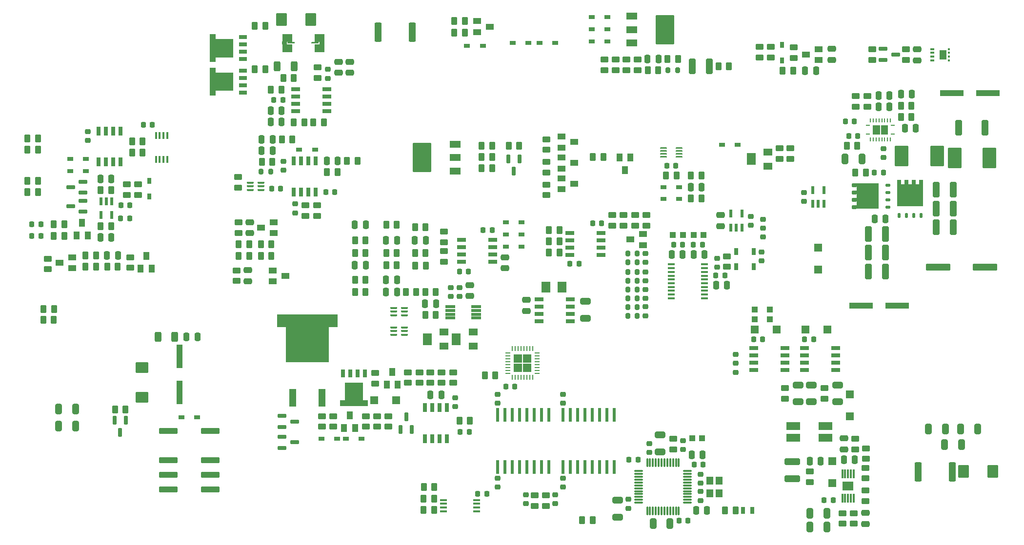
<source format=gbr>
%TF.GenerationSoftware,KiCad,Pcbnew,9.0.5-9.0.5~ubuntu24.04.1*%
%TF.CreationDate,2025-10-22T17:54:57+02:00*%
%TF.ProjectId,EEZ DIB DCP405plus,45455a20-4449-4422-9044-435034303570,r4B2*%
%TF.SameCoordinates,Original*%
%TF.FileFunction,Paste,Top*%
%TF.FilePolarity,Positive*%
%FSLAX46Y46*%
G04 Gerber Fmt 4.6, Leading zero omitted, Abs format (unit mm)*
G04 Created by KiCad (PCBNEW 9.0.5-9.0.5~ubuntu24.04.1) date 2025-10-22 17:54:57*
%MOMM*%
%LPD*%
G01*
G04 APERTURE LIST*
G04 Aperture macros list*
%AMRoundRect*
0 Rectangle with rounded corners*
0 $1 Rounding radius*
0 $2 $3 $4 $5 $6 $7 $8 $9 X,Y pos of 4 corners*
0 Add a 4 corners polygon primitive as box body*
4,1,4,$2,$3,$4,$5,$6,$7,$8,$9,$2,$3,0*
0 Add four circle primitives for the rounded corners*
1,1,$1+$1,$2,$3*
1,1,$1+$1,$4,$5*
1,1,$1+$1,$6,$7*
1,1,$1+$1,$8,$9*
0 Add four rect primitives between the rounded corners*
20,1,$1+$1,$2,$3,$4,$5,0*
20,1,$1+$1,$4,$5,$6,$7,0*
20,1,$1+$1,$6,$7,$8,$9,0*
20,1,$1+$1,$8,$9,$2,$3,0*%
G04 Aperture macros list end*
%ADD10C,0.000000*%
%ADD11C,0.010000*%
%ADD12RoundRect,0.050800X-0.249200X0.724200X-0.249200X-0.724200X0.249200X-0.724200X0.249200X0.724200X0*%
%ADD13RoundRect,0.250000X-0.262500X-0.450000X0.262500X-0.450000X0.262500X0.450000X-0.262500X0.450000X0*%
%ADD14RoundRect,0.050800X2.032000X0.546100X-2.032000X0.546100X-2.032000X-0.546100X2.032000X-0.546100X0*%
%ADD15RoundRect,0.050800X0.533400X0.076200X-0.533400X0.076200X-0.533400X-0.076200X0.533400X-0.076200X0*%
%ADD16RoundRect,0.250000X-0.250000X-0.475000X0.250000X-0.475000X0.250000X0.475000X-0.250000X0.475000X0*%
%ADD17RoundRect,0.250000X0.262500X0.450000X-0.262500X0.450000X-0.262500X-0.450000X0.262500X-0.450000X0*%
%ADD18R,1.092200X0.762000*%
%ADD19RoundRect,0.250000X0.325000X1.100000X-0.325000X1.100000X-0.325000X-1.100000X0.325000X-1.100000X0*%
%ADD20RoundRect,0.225000X-0.225000X-0.250000X0.225000X-0.250000X0.225000X0.250000X-0.225000X0.250000X0*%
%ADD21RoundRect,0.050800X1.981200X0.495300X-1.981200X0.495300X-1.981200X-0.495300X1.981200X-0.495300X0*%
%ADD22RoundRect,0.250000X-0.450000X0.262500X-0.450000X-0.262500X0.450000X-0.262500X0.450000X0.262500X0*%
%ADD23RoundRect,0.050800X0.724200X0.249200X-0.724200X0.249200X-0.724200X-0.249200X0.724200X-0.249200X0*%
%ADD24RoundRect,0.250000X-0.325000X-0.650000X0.325000X-0.650000X0.325000X0.650000X-0.325000X0.650000X0*%
%ADD25RoundRect,0.050800X-1.981200X-0.495300X1.981200X-0.495300X1.981200X0.495300X-1.981200X0.495300X0*%
%ADD26RoundRect,0.250000X-0.475000X0.250000X-0.475000X-0.250000X0.475000X-0.250000X0.475000X0.250000X0*%
%ADD27RoundRect,0.200000X-0.200000X-0.275000X0.200000X-0.275000X0.200000X0.275000X-0.200000X0.275000X0*%
%ADD28RoundRect,0.250000X0.325000X0.650000X-0.325000X0.650000X-0.325000X-0.650000X0.325000X-0.650000X0*%
%ADD29R,1.600000X1.300000*%
%ADD30R,1.600000X2.000000*%
%ADD31RoundRect,0.225000X0.225000X0.250000X-0.225000X0.250000X-0.225000X-0.250000X0.225000X-0.250000X0*%
%ADD32RoundRect,0.250000X-0.325000X-1.100000X0.325000X-1.100000X0.325000X1.100000X-0.325000X1.100000X0*%
%ADD33RoundRect,0.225000X-0.250000X0.225000X-0.250000X-0.225000X0.250000X-0.225000X0.250000X0.225000X0*%
%ADD34RoundRect,0.050800X0.901700X0.520700X-0.901700X0.520700X-0.901700X-0.520700X0.901700X-0.520700X0*%
%ADD35RoundRect,0.050800X1.536700X2.489200X-1.536700X2.489200X-1.536700X-2.489200X1.536700X-2.489200X0*%
%ADD36RoundRect,0.250000X0.450000X-0.262500X0.450000X0.262500X-0.450000X0.262500X-0.450000X-0.262500X0*%
%ADD37RoundRect,0.050800X-0.649200X-0.649200X0.649200X-0.649200X0.649200X0.649200X-0.649200X0.649200X0*%
%ADD38RoundRect,0.250000X0.250000X0.475000X-0.250000X0.475000X-0.250000X-0.475000X0.250000X-0.475000X0*%
%ADD39RoundRect,0.200000X0.200000X0.275000X-0.200000X0.275000X-0.200000X-0.275000X0.200000X-0.275000X0*%
%ADD40RoundRect,0.050800X0.499200X-0.449200X0.499200X0.449200X-0.499200X0.449200X-0.499200X-0.449200X0*%
%ADD41RoundRect,0.050800X0.203200X-0.368300X0.203200X0.368300X-0.203200X0.368300X-0.203200X-0.368300X0*%
%ADD42RoundRect,0.050800X-0.254000X0.355600X-0.254000X-0.355600X0.254000X-0.355600X0.254000X0.355600X0*%
%ADD43R,4.445000X3.810000*%
%ADD44RoundRect,0.060036X0.701964X0.270164X-0.701964X0.270164X-0.701964X-0.270164X0.701964X-0.270164X0*%
%ADD45RoundRect,0.250000X0.362500X1.075000X-0.362500X1.075000X-0.362500X-1.075000X0.362500X-1.075000X0*%
%ADD46RoundRect,0.050800X-0.812800X-0.190500X0.812800X-0.190500X0.812800X0.190500X-0.812800X0.190500X0*%
%ADD47RoundRect,0.060036X-0.701964X-0.270164X0.701964X-0.270164X0.701964X0.270164X-0.701964X0.270164X0*%
%ADD48RoundRect,0.050800X0.449200X0.649200X-0.449200X0.649200X-0.449200X-0.649200X0.449200X-0.649200X0*%
%ADD49RoundRect,0.225000X0.250000X-0.225000X0.250000X0.225000X-0.250000X0.225000X-0.250000X-0.225000X0*%
%ADD50RoundRect,0.060036X-0.270164X0.701964X-0.270164X-0.701964X0.270164X-0.701964X0.270164X0.701964X0*%
%ADD51RoundRect,0.050800X0.685800X-0.088900X0.685800X0.088900X-0.685800X0.088900X-0.685800X-0.088900X0*%
%ADD52RoundRect,0.050800X-0.088900X-0.685800X0.088900X-0.685800X0.088900X0.685800X-0.088900X0.685800X0*%
%ADD53RoundRect,0.050800X0.228600X-1.104900X0.228600X1.104900X-0.228600X1.104900X-0.228600X-1.104900X0*%
%ADD54RoundRect,0.250000X-0.312500X-0.625000X0.312500X-0.625000X0.312500X0.625000X-0.312500X0.625000X0*%
%ADD55RoundRect,0.050800X0.127000X-0.565150X0.127000X0.565150X-0.127000X0.565150X-0.127000X-0.565150X0*%
%ADD56RoundRect,0.050800X-0.649200X0.649200X-0.649200X-0.649200X0.649200X-0.649200X0.649200X0.649200X0*%
%ADD57RoundRect,0.050800X-0.649200X0.449200X-0.649200X-0.449200X0.649200X-0.449200X0.649200X0.449200X0*%
%ADD58R,0.762000X1.295400*%
%ADD59RoundRect,0.050800X-0.533400X-0.127000X0.533400X-0.127000X0.533400X0.127000X-0.533400X0.127000X0*%
%ADD60RoundRect,0.050800X0.299200X0.649200X-0.299200X0.649200X-0.299200X-0.649200X0.299200X-0.649200X0*%
%ADD61RoundRect,0.050800X-1.049200X0.849200X-1.049200X-0.849200X1.049200X-0.849200X1.049200X0.849200X0*%
%ADD62RoundRect,0.050800X0.228600X-0.609600X0.228600X0.609600X-0.228600X0.609600X-0.228600X-0.609600X0*%
%ADD63RoundRect,0.050800X-0.249200X0.069200X-0.249200X-0.069200X0.249200X-0.069200X0.249200X0.069200X0*%
%ADD64RoundRect,0.050800X-0.069200X-0.249200X0.069200X-0.249200X0.069200X0.249200X-0.069200X0.249200X0*%
%ADD65RoundRect,0.050800X0.069200X0.249200X-0.069200X0.249200X-0.069200X-0.249200X0.069200X-0.249200X0*%
%ADD66RoundRect,0.050800X0.249200X-0.069200X0.249200X0.069200X-0.249200X0.069200X-0.249200X-0.069200X0*%
%ADD67RoundRect,0.250000X-0.650000X0.325000X-0.650000X-0.325000X0.650000X-0.325000X0.650000X0.325000X0*%
%ADD68RoundRect,0.050800X-0.449200X-0.499200X0.449200X-0.499200X0.449200X0.499200X-0.449200X0.499200X0*%
%ADD69RoundRect,0.050800X0.649200X-0.649200X0.649200X0.649200X-0.649200X0.649200X-0.649200X-0.649200X0*%
%ADD70RoundRect,0.050800X-0.449200X-0.649200X0.449200X-0.649200X0.449200X0.649200X-0.449200X0.649200X0*%
%ADD71RoundRect,0.050800X-0.724200X-0.249200X0.724200X-0.249200X0.724200X0.249200X-0.724200X0.249200X0*%
%ADD72RoundRect,0.060036X0.270164X-0.701964X0.270164X0.701964X-0.270164X0.701964X-0.270164X-0.701964X0*%
%ADD73RoundRect,0.250000X0.650000X-0.325000X0.650000X0.325000X-0.650000X0.325000X-0.650000X-0.325000X0*%
%ADD74RoundRect,0.250000X-0.362500X-1.425000X0.362500X-1.425000X0.362500X1.425000X-0.362500X1.425000X0*%
%ADD75RoundRect,0.050800X-1.529200X-0.449200X1.529200X-0.449200X1.529200X0.449200X-1.529200X0.449200X0*%
%ADD76RoundRect,0.050800X0.649200X-0.299200X0.649200X0.299200X-0.649200X0.299200X-0.649200X-0.299200X0*%
%ADD77RoundRect,0.250000X0.362500X1.425000X-0.362500X1.425000X-0.362500X-1.425000X0.362500X-1.425000X0*%
%ADD78R,0.762000X1.092200*%
%ADD79RoundRect,0.050800X0.649200X-0.449200X0.649200X0.449200X-0.649200X0.449200X-0.649200X-0.449200X0*%
%ADD80R,1.200000X1.400000*%
%ADD81RoundRect,0.250000X0.475000X-0.250000X0.475000X0.250000X-0.475000X0.250000X-0.475000X-0.250000X0*%
%ADD82RoundRect,0.050800X-0.749200X-0.849200X0.749200X-0.849200X0.749200X0.849200X-0.749200X0.849200X0*%
%ADD83RoundRect,0.050800X-0.495300X1.981200X-0.495300X-1.981200X0.495300X-1.981200X0.495300X1.981200X0*%
%ADD84RoundRect,0.050800X0.368300X0.203200X-0.368300X0.203200X-0.368300X-0.203200X0.368300X-0.203200X0*%
%ADD85RoundRect,0.050800X-0.355600X-0.254000X0.355600X-0.254000X0.355600X0.254000X-0.355600X0.254000X0*%
%ADD86R,3.810000X4.445000*%
%ADD87R,0.700000X0.420000*%
%ADD88R,0.450000X0.420000*%
%ADD89R,0.838200X0.508000*%
%ADD90R,1.778000X1.346200*%
%ADD91RoundRect,0.050800X0.584200X0.076200X-0.584200X0.076200X-0.584200X-0.076200X0.584200X-0.076200X0*%
%ADD92RoundRect,0.050800X-0.584200X-0.076200X0.584200X-0.076200X0.584200X0.076200X-0.584200X0.076200X0*%
%ADD93R,1.168400X0.304800*%
%ADD94RoundRect,0.250000X-1.100000X0.325000X-1.100000X-0.325000X1.100000X-0.325000X1.100000X0.325000X0*%
%ADD95RoundRect,0.050800X0.849200X1.049200X-0.849200X1.049200X-0.849200X-1.049200X0.849200X-1.049200X0*%
%ADD96R,1.300000X3.100000*%
%ADD97R,10.600000X2.250000*%
%ADD98R,7.500000X6.200000*%
%ADD99RoundRect,0.050800X-1.099200X-0.649200X1.099200X-0.649200X1.099200X0.649200X-1.099200X0.649200X0*%
%ADD100RoundRect,0.050800X1.099200X-1.699200X1.099200X1.699200X-1.099200X1.699200X-1.099200X-1.699200X0*%
%ADD101RoundRect,0.050800X0.649200X0.649200X-0.649200X0.649200X-0.649200X-0.649200X0.649200X-0.649200X0*%
%ADD102RoundRect,0.050800X-0.228600X0.609600X-0.228600X-0.609600X0.228600X-0.609600X0.228600X0.609600X0*%
%ADD103RoundRect,0.050800X-0.901700X-0.520700X0.901700X-0.520700X0.901700X0.520700X-0.901700X0.520700X0*%
%ADD104RoundRect,0.050800X-1.536700X-2.489200X1.536700X-2.489200X1.536700X2.489200X-1.536700X2.489200X0*%
%ADD105RoundRect,0.050800X0.088900X-0.723900X0.088900X0.723900X-0.088900X0.723900X-0.088900X-0.723900X0*%
%ADD106RoundRect,0.050800X0.889000X-0.736600X0.889000X0.736600X-0.889000X0.736600X-0.889000X-0.736600X0*%
%ADD107RoundRect,0.250000X0.312500X0.625000X-0.312500X0.625000X-0.312500X-0.625000X0.312500X-0.625000X0*%
%ADD108R,0.914400X0.254000*%
%ADD109R,0.254000X0.914400*%
%ADD110RoundRect,0.050800X0.249200X-0.724200X0.249200X0.724200X-0.249200X0.724200X-0.249200X-0.724200X0*%
%ADD111R,0.736600X1.193800*%
%ADD112RoundRect,0.050800X-0.849200X-1.049200X0.849200X-1.049200X0.849200X1.049200X-0.849200X1.049200X0*%
G04 APERTURE END LIST*
D10*
%TO.C,Q5*%
G36*
X219712588Y-80976482D02*
G01*
X220347588Y-80976482D01*
X220347588Y-80163682D01*
X220982588Y-80163682D01*
X220982588Y-80976482D01*
X221617588Y-80976482D01*
X221617588Y-80163682D01*
X222252588Y-80163682D01*
X222252588Y-80976482D01*
X222887588Y-80976482D01*
X222887588Y-80163682D01*
X223522588Y-80163682D01*
X223522588Y-84761091D01*
X219077588Y-84761091D01*
X219077588Y-80163682D01*
X219712588Y-80163682D01*
X219712588Y-80976482D01*
G37*
%TO.C,Q31*%
G36*
X126390600Y-118491600D02*
G01*
X123240600Y-118491600D01*
X123240600Y-115391600D01*
X126390600Y-115391600D01*
X126390600Y-118491600D01*
G37*
G36*
X127215600Y-119516600D02*
G01*
X122390600Y-119516600D01*
X122390600Y-118466600D01*
X127215600Y-118466600D01*
X127215600Y-119516600D01*
G37*
%TO.C,IC15*%
G36*
X216069288Y-72280982D02*
G01*
X214855888Y-72280982D01*
X214855888Y-70706582D01*
X216069288Y-70706582D01*
X216069288Y-72280982D01*
G37*
G36*
X217457291Y-72280982D02*
G01*
X216243891Y-72280982D01*
X216243891Y-70706582D01*
X217457291Y-70706582D01*
X217457291Y-72280982D01*
G37*
%TO.C,Q18*%
G36*
X100799100Y-65510500D02*
G01*
X99749100Y-65510500D01*
X99749100Y-60685500D01*
X100799100Y-60685500D01*
X100799100Y-65510500D01*
G37*
G36*
X103874100Y-64685500D02*
G01*
X100774100Y-64685500D01*
X100774100Y-61535500D01*
X103874100Y-61535500D01*
X103874100Y-64685500D01*
G37*
%TO.C,Q4*%
G36*
X215834897Y-85209782D02*
G01*
X211237488Y-85209782D01*
X211237488Y-84574782D01*
X212050288Y-84574782D01*
X212050288Y-83939782D01*
X211237488Y-83939782D01*
X211237488Y-83304782D01*
X212050288Y-83304782D01*
X212050288Y-82669782D01*
X211237488Y-82669782D01*
X211237488Y-82034782D01*
X212050288Y-82034782D01*
X212050288Y-81399782D01*
X211237488Y-81399782D01*
X211237488Y-80764782D01*
X215834897Y-80764782D01*
X215834897Y-85209782D01*
G37*
D11*
%TO.C,Q8*%
X227517800Y-59209200D02*
X226442200Y-59209200D01*
X226442200Y-57709200D01*
X227517800Y-57709200D01*
X227517800Y-59209200D01*
G36*
X227517800Y-59209200D02*
G01*
X226442200Y-59209200D01*
X226442200Y-57709200D01*
X227517800Y-57709200D01*
X227517800Y-59209200D01*
G37*
D10*
%TO.C,Q19*%
G36*
X100799100Y-59732000D02*
G01*
X99749100Y-59732000D01*
X99749100Y-54907000D01*
X100799100Y-54907000D01*
X100799100Y-59732000D01*
G37*
G36*
X103874100Y-58907000D02*
G01*
X100774100Y-58907000D01*
X100774100Y-55757000D01*
X103874100Y-55757000D01*
X103874100Y-58907000D01*
G37*
%TO.C,IC10*%
G36*
X153944650Y-111914000D02*
G01*
X152519050Y-111914000D01*
X152519050Y-110488400D01*
X153944650Y-110488400D01*
X153944650Y-111914000D01*
G37*
G36*
X153944650Y-113539600D02*
G01*
X152519050Y-113539600D01*
X152519050Y-112114000D01*
X153944650Y-112114000D01*
X153944650Y-113539600D01*
G37*
G36*
X155570250Y-111914000D02*
G01*
X154144650Y-111914000D01*
X154144650Y-110488400D01*
X155570250Y-110488400D01*
X155570250Y-111914000D01*
G37*
G36*
X155570250Y-113539600D02*
G01*
X154144650Y-113539600D01*
X154144650Y-112114000D01*
X155570250Y-112114000D01*
X155570250Y-113539600D01*
G37*
%TD*%
D12*
%TO.C,IC26*%
X140906400Y-119717300D03*
X139636400Y-119717300D03*
X138366400Y-119717300D03*
X137096400Y-119717300D03*
X137096400Y-125117300D03*
X138366400Y-125117300D03*
X139636400Y-125117300D03*
X140906400Y-125117300D03*
%TD*%
D13*
%TO.C,R73*%
X142195600Y-52633000D03*
X144020600Y-52633000D03*
%TD*%
D14*
%TO.C,C74*%
X234317588Y-95306282D03*
X226189588Y-95306282D03*
%TD*%
D15*
%TO.C,IC7*%
X181246200Y-76204900D03*
X181246200Y-75704900D03*
X181246200Y-75204900D03*
X181246200Y-74704900D03*
X178503000Y-74704900D03*
X178503000Y-75204900D03*
X178503000Y-75704900D03*
X178503000Y-76204900D03*
%TD*%
D16*
%TO.C,C13*%
X179923000Y-93169400D03*
X181823000Y-93169400D03*
%TD*%
D17*
%TO.C,R75*%
X125397500Y-76849900D03*
X123572500Y-76849900D03*
%TD*%
D18*
%TO.C,D3*%
X178498100Y-83453900D03*
X181215900Y-83453900D03*
%TD*%
D13*
%TO.C,R74*%
X142195600Y-54595150D03*
X144020600Y-54595150D03*
%TD*%
D19*
%TO.C,C84*%
X186435500Y-60466900D03*
X183485500Y-60466900D03*
%TD*%
D20*
%TO.C,JP3*%
X172541600Y-128803400D03*
X174091600Y-128803400D03*
%TD*%
D21*
%TO.C,C76*%
X234838288Y-65080282D03*
X228589888Y-65080282D03*
%TD*%
D22*
%TO.C,R61*%
X172110000Y-59302900D03*
X172110000Y-61127900D03*
%TD*%
%TO.C,R32*%
X213529600Y-130206500D03*
X213529600Y-132031500D03*
%TD*%
D13*
%TO.C,R20*%
X70893300Y-104521000D03*
X72718300Y-104521000D03*
%TD*%
%TO.C,R54*%
X175769500Y-61165400D03*
X177594500Y-61165400D03*
%TD*%
D23*
%TO.C,IC16*%
X120096950Y-68249000D03*
X120096950Y-66979000D03*
X120096950Y-65709000D03*
X120096950Y-64439000D03*
X114696950Y-64439000D03*
X114696950Y-65709000D03*
X114696950Y-66979000D03*
X114696950Y-68249000D03*
%TD*%
D16*
%TO.C,C95*%
X135369950Y-90733000D03*
X137269950Y-90733000D03*
%TD*%
D24*
%TO.C,C21*%
X176706000Y-139903200D03*
X179656000Y-139903200D03*
%TD*%
D25*
%TO.C,C69*%
X212824688Y-102045782D03*
X219073088Y-102045782D03*
%TD*%
D17*
%TO.C,R127*%
X69937000Y-73025000D03*
X68112000Y-73025000D03*
%TD*%
D13*
%TO.C,R96*%
X124993600Y-99686500D03*
X126818600Y-99686500D03*
%TD*%
D26*
%TO.C,C92*%
X150964500Y-93616400D03*
X150964500Y-95516400D03*
%TD*%
D27*
%TO.C,R70*%
X108699800Y-78765400D03*
X110349800Y-78765400D03*
%TD*%
D22*
%TO.C,R29*%
X203923500Y-130864900D03*
X203923500Y-132689900D03*
%TD*%
D28*
%TO.C,C40*%
X206876600Y-140453500D03*
X203926600Y-140453500D03*
%TD*%
D29*
%TO.C,RV1*%
X196649000Y-77831000D03*
D30*
X193749000Y-76581000D03*
D29*
X196649000Y-75331000D03*
%TD*%
D31*
%TO.C,JP11*%
X144791900Y-123966700D03*
X143241900Y-123966700D03*
%TD*%
%TO.C,C82*%
X112456950Y-66349000D03*
X110906950Y-66349000D03*
%TD*%
D32*
%TO.C,C64*%
X214110088Y-96068282D03*
X217060088Y-96068282D03*
%TD*%
D16*
%TO.C,C62*%
X215841588Y-65524782D03*
X217741588Y-65524782D03*
%TD*%
D33*
%TO.C,C15*%
X149733000Y-117462000D03*
X149733000Y-119012000D03*
%TD*%
D18*
%TO.C,D15*%
X159689400Y-56402900D03*
X156971600Y-56402900D03*
%TD*%
D17*
%TO.C,R98*%
X126818450Y-90733000D03*
X124993450Y-90733000D03*
%TD*%
D18*
%TO.C,D23*%
X97561400Y-121467000D03*
X94843600Y-121467000D03*
%TD*%
D33*
%TO.C,C14*%
X161086800Y-117462000D03*
X161086800Y-119012000D03*
%TD*%
D34*
%TO.C,Q15*%
X142378000Y-78629900D03*
X142378000Y-76318500D03*
D35*
X136612200Y-76318500D03*
D34*
X142378000Y-74007100D03*
%TD*%
D36*
%TO.C,R48*%
X197121200Y-58943000D03*
X197121200Y-57118000D03*
%TD*%
D13*
%TO.C,R63*%
X112269500Y-73130800D03*
X114094500Y-73130800D03*
%TD*%
D37*
%TO.C,ZD7*%
X132125800Y-118474000D03*
X128325800Y-118474000D03*
%TD*%
D17*
%TO.C,R37*%
X221560388Y-69254382D03*
X219735388Y-69254382D03*
%TD*%
D13*
%TO.C,R82*%
X110388450Y-64507500D03*
X112213450Y-64507500D03*
%TD*%
D38*
%TO.C,C101*%
X132253450Y-97527500D03*
X130353450Y-97527500D03*
%TD*%
D39*
%TO.C,R55*%
X180936000Y-61165400D03*
X179286000Y-61165400D03*
%TD*%
D40*
%TO.C,FB5*%
X194310000Y-104380400D03*
X194310000Y-102680400D03*
%TD*%
D20*
%TO.C,C38*%
X151167800Y-116128800D03*
X152717800Y-116128800D03*
%TD*%
D16*
%TO.C,C79*%
X110350950Y-70159000D03*
X112250950Y-70159000D03*
%TD*%
D41*
%TO.C,Q5*%
X219395088Y-86407782D03*
X220665088Y-86407782D03*
X221935088Y-86407782D03*
X223205088Y-86407782D03*
D42*
X223205088Y-80582782D03*
X221935088Y-80582782D03*
X220665088Y-80582782D03*
D43*
X221300088Y-82860282D03*
D42*
X219395088Y-80582782D03*
%TD*%
D44*
%TO.C,Q26*%
X77766400Y-85725700D03*
X77766400Y-83795300D03*
X75607400Y-84760500D03*
%TD*%
D22*
%TO.C,R132*%
X140022400Y-113630800D03*
X140022400Y-115455800D03*
%TD*%
D38*
%TO.C,C93*%
X139024000Y-101667700D03*
X137124000Y-101667700D03*
%TD*%
D16*
%TO.C,C120*%
X183245000Y-81421900D03*
X185145000Y-81421900D03*
%TD*%
D20*
%TO.C,C24*%
X181190600Y-139344400D03*
X182740600Y-139344400D03*
%TD*%
D22*
%TO.C,R112*%
X104423900Y-95916500D03*
X104423900Y-97741500D03*
%TD*%
D28*
%TO.C,C114*%
X76517500Y-119951500D03*
X73567500Y-119951500D03*
%TD*%
D13*
%TO.C,R72*%
X137161500Y-103646900D03*
X138986500Y-103646900D03*
%TD*%
D19*
%TO.C,C73*%
X228807588Y-85146282D03*
X225857588Y-85146282D03*
%TD*%
D45*
%TO.C,R46*%
X234344088Y-71112782D03*
X229719088Y-71112782D03*
%TD*%
D46*
%TO.C,IC6*%
X141490300Y-102237200D03*
X141490300Y-102872200D03*
X141490300Y-103532600D03*
X141490300Y-104167600D03*
X145960700Y-104167600D03*
X145960700Y-103532600D03*
X145960700Y-102872200D03*
X145960700Y-102237200D03*
%TD*%
D47*
%TO.C,Q1*%
X112310600Y-121200300D03*
X112310600Y-123130700D03*
X114469600Y-122165500D03*
%TD*%
D48*
%TO.C,Q13*%
X172760100Y-76317050D03*
X171810100Y-78517050D03*
X170860100Y-76317050D03*
%TD*%
D20*
%TO.C,C97*%
X110519600Y-81728700D03*
X112069600Y-81728700D03*
%TD*%
D33*
%TO.C,C11*%
X175412500Y-96204400D03*
X175412500Y-97754400D03*
%TD*%
D49*
%TO.C,C3*%
X175412500Y-100802400D03*
X175412500Y-99252400D03*
%TD*%
D50*
%TO.C,Q3*%
X153502921Y-76521700D03*
X151572521Y-76521700D03*
X152537721Y-78680700D03*
%TD*%
D22*
%TO.C,R141*%
X121175200Y-121240300D03*
X121175200Y-123065300D03*
%TD*%
D17*
%TO.C,R88*%
X137272000Y-95074400D03*
X135447000Y-95074400D03*
%TD*%
D26*
%TO.C,C81*%
X124058100Y-59677650D03*
X124058100Y-61577650D03*
%TD*%
D38*
%TO.C,C118*%
X139956400Y-117527800D03*
X138056400Y-117527800D03*
%TD*%
D13*
%TO.C,R23*%
X147499700Y-114147600D03*
X149324700Y-114147600D03*
%TD*%
D33*
%TO.C,JP5*%
X191084200Y-110514800D03*
X191084200Y-112064800D03*
X191084200Y-113614800D03*
%TD*%
D39*
%TO.C,R4*%
X173951500Y-92978900D03*
X172301500Y-92978900D03*
%TD*%
D51*
%TO.C,IC4*%
X182651400Y-136245600D03*
X182651400Y-135763000D03*
X182651400Y-135255000D03*
X182651400Y-134747000D03*
X182651400Y-134264400D03*
X182651400Y-133756400D03*
X182651400Y-133248400D03*
X182651400Y-132740400D03*
X182651400Y-132257800D03*
X182651400Y-131749800D03*
X182651400Y-131241800D03*
X182651400Y-130759200D03*
D52*
X181178200Y-129286000D03*
X180695600Y-129286000D03*
X180187600Y-129286000D03*
X179679600Y-129286000D03*
X179197000Y-129286000D03*
X178689000Y-129286000D03*
X178181000Y-129286000D03*
X177673000Y-129286000D03*
X177190400Y-129286000D03*
X176682400Y-129286000D03*
X176174400Y-129286000D03*
X175691800Y-129286000D03*
D51*
X174218600Y-130759200D03*
X174218600Y-131241800D03*
X174218600Y-131749800D03*
X174218600Y-132257800D03*
X174218600Y-132740400D03*
X174218600Y-133248400D03*
X174218600Y-133756400D03*
X174218600Y-134264400D03*
X174218600Y-134747000D03*
X174218600Y-135255000D03*
X174218600Y-135763000D03*
X174218600Y-136245600D03*
D52*
X175691800Y-137718800D03*
X176174400Y-137718800D03*
X176682400Y-137718800D03*
X177190400Y-137718800D03*
X177673000Y-137718800D03*
X178181000Y-137718800D03*
X178689000Y-137718800D03*
X179197000Y-137718800D03*
X179679600Y-137718800D03*
X180187600Y-137718800D03*
X180695600Y-137718800D03*
X181178200Y-137718800D03*
%TD*%
D36*
%TO.C,R57*%
X168300000Y-61127900D03*
X168300000Y-59302900D03*
%TD*%
D22*
%TO.C,R10*%
X158104200Y-134988300D03*
X158104200Y-136813300D03*
%TD*%
D53*
%TO.C,IC1*%
X161086800Y-130022600D03*
X162356800Y-130022600D03*
X163626800Y-130022600D03*
X164896800Y-130022600D03*
X166166800Y-130022600D03*
X167436800Y-130022600D03*
X168706800Y-130022600D03*
X169976800Y-130022600D03*
X169976800Y-120980200D03*
X168706800Y-120980200D03*
X167436800Y-120980200D03*
X166166800Y-120980200D03*
X164896800Y-120980200D03*
X163626800Y-120980200D03*
X162356800Y-120980200D03*
X161086800Y-120980200D03*
%TD*%
D17*
%TO.C,R66*%
X138986500Y-99699200D03*
X137161500Y-99699200D03*
%TD*%
D49*
%TO.C,C8*%
X161086800Y-133540800D03*
X161086800Y-131990800D03*
%TD*%
D54*
%TO.C,R119*%
X90790300Y-107467400D03*
X93715300Y-107467400D03*
%TD*%
D36*
%TO.C,R125*%
X173570500Y-88112900D03*
X173570500Y-86287900D03*
%TD*%
D55*
%TO.C,IC20*%
X90423000Y-76655750D03*
X91073000Y-76655750D03*
X91723000Y-76655750D03*
X92373000Y-76655750D03*
X92373000Y-72528250D03*
X91723000Y-72528250D03*
X91073000Y-72528250D03*
X90423000Y-72528250D03*
%TD*%
D56*
%TO.C,D9*%
X205333600Y-95732600D03*
X205333600Y-91932600D03*
%TD*%
D36*
%TO.C,R134*%
X141990900Y-115455800D03*
X141990900Y-113630800D03*
%TD*%
D32*
%TO.C,C65*%
X214110088Y-92829782D03*
X217060088Y-92829782D03*
%TD*%
D57*
%TO.C,Q9*%
X160804100Y-72676100D03*
X163004100Y-73626100D03*
X160804100Y-74576100D03*
%TD*%
D33*
%TO.C,C31*%
X143154000Y-98871400D03*
X143154000Y-100421400D03*
%TD*%
D20*
%TO.C,C86*%
X147228950Y-88891500D03*
X148778950Y-88891500D03*
%TD*%
D58*
%TO.C,D1*%
X192303400Y-137579100D03*
X193954400Y-137579100D03*
%TD*%
D17*
%TO.C,R118*%
X88119500Y-73512500D03*
X86294500Y-73512500D03*
%TD*%
%TO.C,R76*%
X116163150Y-70171700D03*
X114338150Y-70171700D03*
%TD*%
D36*
%TO.C,R25*%
X211561100Y-139905500D03*
X211561100Y-138080500D03*
%TD*%
D38*
%TO.C,C108*%
X82696000Y-79989500D03*
X80796000Y-79989500D03*
%TD*%
D39*
%TO.C,R3*%
X173951000Y-100789400D03*
X172301000Y-100789400D03*
%TD*%
D59*
%TO.C,IC23*%
X131690800Y-102429700D03*
X131690800Y-103090100D03*
X131690800Y-103750500D03*
X133570400Y-103750500D03*
X133570400Y-103090100D03*
X133570400Y-102429700D03*
%TD*%
D17*
%TO.C,R67*%
X121960700Y-78833100D03*
X120135700Y-78833100D03*
%TD*%
D31*
%TO.C,C7*%
X185267500Y-91454900D03*
X183717500Y-91454900D03*
%TD*%
D18*
%TO.C,D14*%
X151147200Y-89653500D03*
X153865000Y-89653500D03*
%TD*%
D16*
%TO.C,C90*%
X108776150Y-73130800D03*
X110676150Y-73130800D03*
%TD*%
D60*
%TO.C,Q31*%
X126720600Y-113766600D03*
X125450600Y-113766600D03*
X124180600Y-113766600D03*
X122910600Y-113766600D03*
%TD*%
D28*
%TO.C,C54*%
X230252800Y-126161800D03*
X227302800Y-126161800D03*
%TD*%
D36*
%TO.C,R115*%
X85416300Y-82819700D03*
X85416300Y-80994700D03*
%TD*%
D61*
%TO.C,ZD6*%
X88011000Y-117929500D03*
X88011000Y-112829500D03*
%TD*%
D13*
%TO.C,R136*%
X143110400Y-122010900D03*
X144935400Y-122010900D03*
%TD*%
D17*
%TO.C,R97*%
X109400400Y-60932300D03*
X107575400Y-60932300D03*
%TD*%
D62*
%TO.C,IC9*%
X204434000Y-84328000D03*
X205384000Y-84328000D03*
X206334000Y-84328000D03*
X206334000Y-81940400D03*
X204434000Y-81940400D03*
%TD*%
D28*
%TO.C,C56*%
X227453200Y-123451000D03*
X224503200Y-123451000D03*
%TD*%
D63*
%TO.C,IC15*%
X218306588Y-70743782D03*
D64*
X217906588Y-69843782D03*
X217406588Y-69843782D03*
X216906588Y-69843782D03*
X216406588Y-69843782D03*
X215906585Y-69843782D03*
X215406588Y-69843782D03*
X214906588Y-69843782D03*
D65*
X214406588Y-69843782D03*
D63*
X214006588Y-70743782D03*
D66*
X214006588Y-72243782D03*
D65*
X214406588Y-73143782D03*
X214906588Y-73143782D03*
X215406588Y-73143782D03*
X215906588Y-73143782D03*
X216406591Y-73143782D03*
X216906588Y-73143782D03*
X217406588Y-73143782D03*
X217906591Y-73143782D03*
D66*
X218306588Y-72243782D03*
%TD*%
D31*
%TO.C,C33*%
X180649600Y-77753600D03*
X179099600Y-77753600D03*
%TD*%
D13*
%TO.C,R62*%
X108807300Y-77074150D03*
X110632300Y-77074150D03*
%TD*%
D67*
%TO.C,C29*%
X170536350Y-135813050D03*
X170536350Y-138763050D03*
%TD*%
D39*
%TO.C,R2*%
X173951500Y-99265400D03*
X172301500Y-99265400D03*
%TD*%
D68*
%TO.C,FB2*%
X180160000Y-89750000D03*
X181860000Y-89750000D03*
%TD*%
D17*
%TO.C,R109*%
X110475000Y-91391400D03*
X108650000Y-91391400D03*
%TD*%
D22*
%TO.C,R59*%
X174015000Y-59302900D03*
X174015000Y-61127900D03*
%TD*%
D18*
%TO.C,D8*%
X188633100Y-74117200D03*
X191350900Y-74117200D03*
%TD*%
D16*
%TO.C,C59*%
X219717888Y-65317382D03*
X221617888Y-65317382D03*
%TD*%
D26*
%TO.C,C41*%
X213529600Y-138043000D03*
X213529600Y-139943000D03*
%TD*%
D36*
%TO.C,R13*%
X180238400Y-126972700D03*
X180238400Y-125147700D03*
%TD*%
D38*
%TO.C,C55*%
X222302654Y-71199682D03*
X220402654Y-71199682D03*
%TD*%
D22*
%TO.C,R143*%
X134172200Y-113630800D03*
X134172200Y-115455800D03*
%TD*%
D38*
%TO.C,C112*%
X97647800Y-107467400D03*
X95747800Y-107467400D03*
%TD*%
D69*
%TO.C,D5*%
X210883500Y-117480000D03*
X210883500Y-121280000D03*
%TD*%
D17*
%TO.C,R122*%
X69937000Y-82296000D03*
X68112000Y-82296000D03*
%TD*%
D19*
%TO.C,C71*%
X228807588Y-81907782D03*
X225857588Y-81907782D03*
%TD*%
D36*
%TO.C,R100*%
X71695400Y-95720900D03*
X71695400Y-93895900D03*
%TD*%
D38*
%TO.C,C26*%
X186090600Y-137617200D03*
X184190600Y-137617200D03*
%TD*%
%TO.C,C105*%
X83830200Y-93281500D03*
X81930200Y-93281500D03*
%TD*%
D49*
%TO.C,C88*%
X112577300Y-78484150D03*
X112577300Y-76934150D03*
%TD*%
D26*
%TO.C,C72*%
X222564600Y-57519000D03*
X222564600Y-59419000D03*
%TD*%
D22*
%TO.C,R124*%
X169633500Y-86287900D03*
X169633500Y-88112900D03*
%TD*%
D18*
%TO.C,D16*%
X118021100Y-74930000D03*
X115303300Y-74930000D03*
%TD*%
D17*
%TO.C,R81*%
X119555500Y-70171700D03*
X117730500Y-70171700D03*
%TD*%
D13*
%TO.C,R22*%
X146939050Y-78198100D03*
X148764050Y-78198100D03*
%TD*%
D49*
%TO.C,C83*%
X120248100Y-62545650D03*
X120248100Y-60995650D03*
%TD*%
D62*
%TO.C,IC14*%
X190208600Y-88448400D03*
X191158600Y-88448400D03*
X192108600Y-88448400D03*
X192108600Y-86060800D03*
X190208600Y-86060800D03*
%TD*%
D57*
%TO.C,Q11*%
X160810300Y-79927800D03*
X163010300Y-80877800D03*
X160810300Y-81827800D03*
%TD*%
D39*
%TO.C,R7*%
X173950500Y-102249900D03*
X172300500Y-102249900D03*
%TD*%
D16*
%TO.C,C102*%
X124955950Y-95051000D03*
X126855950Y-95051000D03*
%TD*%
D13*
%TO.C,R131*%
X158624500Y-90847300D03*
X160449500Y-90847300D03*
%TD*%
D18*
%TO.C,D11*%
X168768600Y-56148900D03*
X166050800Y-56148900D03*
%TD*%
D70*
%TO.C,Q28*%
X130499500Y-115772500D03*
X131449500Y-113572500D03*
X132399500Y-115772500D03*
%TD*%
D22*
%TO.C,R142*%
X126826700Y-121240300D03*
X126826700Y-123065300D03*
%TD*%
D13*
%TO.C,R50*%
X188048500Y-60483950D03*
X189873500Y-60483950D03*
%TD*%
D47*
%TO.C,Q2*%
X112310600Y-124819800D03*
X112310600Y-126750200D03*
X114469600Y-125785000D03*
%TD*%
D33*
%TO.C,JP2*%
X159717100Y-134879700D03*
X159717100Y-136429700D03*
%TD*%
D39*
%TO.C,R8*%
X173951500Y-97741400D03*
X172301500Y-97741400D03*
%TD*%
D68*
%TO.C,FB3*%
X183542200Y-125095000D03*
X185242200Y-125095000D03*
%TD*%
D71*
%TO.C,IC12*%
X202996800Y-109397800D03*
X202996800Y-110667800D03*
X202996800Y-111937800D03*
X202996800Y-113207800D03*
X208396800Y-113207800D03*
X208396800Y-111937800D03*
X208396800Y-110667800D03*
X208396800Y-109397800D03*
%TD*%
D72*
%TO.C,Q27*%
X132892800Y-123507500D03*
X134823200Y-123507500D03*
X133858000Y-121348500D03*
%TD*%
D39*
%TO.C,R5*%
X173951500Y-94502900D03*
X172301500Y-94502900D03*
%TD*%
D36*
%TO.C,R60*%
X170205000Y-61127900D03*
X170205000Y-59302900D03*
%TD*%
D22*
%TO.C,R133*%
X138053900Y-113630800D03*
X138053900Y-115455800D03*
%TD*%
D67*
%TO.C,C18*%
X177901600Y-124483600D03*
X177901600Y-127433600D03*
%TD*%
D23*
%TO.C,IC25*%
X167639400Y-93255300D03*
X167639400Y-91985300D03*
X167639400Y-90715300D03*
X167639400Y-89445300D03*
X162239400Y-89445300D03*
X162239400Y-90715300D03*
X162239400Y-91985300D03*
X162239400Y-93255300D03*
%TD*%
D17*
%TO.C,R87*%
X132215950Y-92892000D03*
X130390950Y-92892000D03*
%TD*%
D16*
%TO.C,C96*%
X130353450Y-99686500D03*
X132253450Y-99686500D03*
%TD*%
D20*
%TO.C,JP10*%
X68912000Y-89895500D03*
X70462000Y-89895500D03*
%TD*%
D22*
%TO.C,R95*%
X116393650Y-84600800D03*
X116393650Y-86425800D03*
%TD*%
D31*
%TO.C,C16*%
X181838500Y-91454900D03*
X180288500Y-91454900D03*
%TD*%
D70*
%TO.C,Q29*%
X123082700Y-123252800D03*
X124032700Y-121052800D03*
X124982700Y-123252800D03*
%TD*%
D73*
%TO.C,C48*%
X204195100Y-118751000D03*
X204195100Y-115801000D03*
%TD*%
D18*
%TO.C,D12*%
X168768600Y-51894400D03*
X166050800Y-51894400D03*
%TD*%
D33*
%TO.C,C28*%
X172415950Y-135687550D03*
X172415950Y-137237550D03*
%TD*%
D74*
%TO.C,R79*%
X129015500Y-54497900D03*
X134940500Y-54497900D03*
%TD*%
D17*
%TO.C,R130*%
X160455700Y-88878800D03*
X158630700Y-88878800D03*
%TD*%
D75*
%TO.C,K1*%
X92582500Y-123761500D03*
X92582500Y-128841500D03*
X92582500Y-131381500D03*
X92582500Y-133921500D03*
X99822500Y-133921500D03*
X99822500Y-131381500D03*
X99822500Y-128841500D03*
X99822500Y-123761500D03*
%TD*%
D17*
%TO.C,R120*%
X69937000Y-80391000D03*
X68112000Y-80391000D03*
%TD*%
D13*
%TO.C,R56*%
X166262100Y-76191500D03*
X168087100Y-76191500D03*
%TD*%
D18*
%TO.C,D21*%
X78282200Y-76592400D03*
X75564400Y-76592400D03*
%TD*%
D22*
%TO.C,R139*%
X128795200Y-121240300D03*
X128795200Y-123065300D03*
%TD*%
D76*
%TO.C,Q18*%
X105499100Y-65015500D03*
X105499100Y-63745500D03*
X105499100Y-62475500D03*
X105499100Y-61205500D03*
%TD*%
D70*
%TO.C,ZD5*%
X76668500Y-89852500D03*
X78568500Y-89852500D03*
X77618500Y-87652500D03*
%TD*%
D18*
%TO.C,D22*%
X78282200Y-78687900D03*
X75564400Y-78687900D03*
%TD*%
D17*
%TO.C,R99*%
X109400400Y-53452000D03*
X107575400Y-53452000D03*
%TD*%
D77*
%TO.C,R35*%
X228600000Y-130873500D03*
X222675000Y-130873500D03*
%TD*%
D13*
%TO.C,R58*%
X179198500Y-59196900D03*
X181023500Y-59196900D03*
%TD*%
D22*
%TO.C,R51*%
X158195700Y-73132700D03*
X158195700Y-74957700D03*
%TD*%
D31*
%TO.C,C116*%
X163847500Y-94742000D03*
X162297500Y-94742000D03*
%TD*%
D50*
%TO.C,Q24*%
X85178900Y-121920000D03*
X83248500Y-121920000D03*
X84213700Y-124079000D03*
%TD*%
D24*
%TO.C,C115*%
X73567500Y-122936000D03*
X76517500Y-122936000D03*
%TD*%
D16*
%TO.C,C100*%
X130353450Y-90733000D03*
X132253450Y-90733000D03*
%TD*%
D39*
%TO.C,R9*%
X173951500Y-96217400D03*
X172301500Y-96217400D03*
%TD*%
D36*
%TO.C,R137*%
X130763700Y-123065300D03*
X130763700Y-121240300D03*
%TD*%
D38*
%TO.C,C45*%
X205780100Y-129087000D03*
X203880100Y-129087000D03*
%TD*%
D13*
%TO.C,R121*%
X83313900Y-120078500D03*
X85138900Y-120078500D03*
%TD*%
D22*
%TO.C,R140*%
X119206700Y-121240300D03*
X119206700Y-123065300D03*
%TD*%
D56*
%TO.C,D4*%
X207814600Y-132862400D03*
X207814600Y-129062400D03*
%TD*%
D13*
%TO.C,R65*%
X146945400Y-74280150D03*
X148770400Y-74280150D03*
%TD*%
D57*
%TO.C,Q16*%
X146199100Y-52629150D03*
X148399100Y-53579150D03*
X146199100Y-54529150D03*
%TD*%
D22*
%TO.C,R101*%
X85943350Y-93618500D03*
X85943350Y-95443500D03*
%TD*%
D44*
%TO.C,Q25*%
X77766400Y-82423700D03*
X77766400Y-80493300D03*
X75607400Y-81458500D03*
%TD*%
D17*
%TO.C,R47*%
X201018200Y-61205500D03*
X199193200Y-61205500D03*
%TD*%
D22*
%TO.C,R40*%
X213870588Y-65628282D03*
X213870588Y-67453282D03*
%TD*%
D16*
%TO.C,C44*%
X209844600Y-128750700D03*
X211744600Y-128750700D03*
%TD*%
D36*
%TO.C,R91*%
X118368500Y-86419450D03*
X118368500Y-84594450D03*
%TD*%
D17*
%TO.C,R114*%
X110475000Y-93359900D03*
X108650000Y-93359900D03*
%TD*%
%TO.C,R93*%
X126818450Y-97527500D03*
X124993450Y-97527500D03*
%TD*%
D36*
%TO.C,R33*%
X199559600Y-118188500D03*
X199559600Y-116363500D03*
%TD*%
D78*
%TO.C,D10*%
X199089700Y-59452900D03*
X199089700Y-56735100D03*
%TD*%
D38*
%TO.C,C109*%
X82696000Y-90213000D03*
X80796000Y-90213000D03*
%TD*%
D33*
%TO.C,C60*%
X216664588Y-74782782D03*
X216664588Y-76332782D03*
%TD*%
D20*
%TO.C,JP9*%
X68912000Y-87927000D03*
X70462000Y-87927000D03*
%TD*%
D23*
%TO.C,IC17*%
X148849750Y-94385600D03*
X148849750Y-93115600D03*
X148849750Y-91845600D03*
X148849750Y-90575600D03*
X143449750Y-90575600D03*
X143449750Y-91845600D03*
X143449750Y-93115600D03*
X143449750Y-94385600D03*
%TD*%
D67*
%TO.C,C49*%
X201845600Y-115801000D03*
X201845600Y-118751000D03*
%TD*%
D22*
%TO.C,R27*%
X213529600Y-134143500D03*
X213529600Y-135968500D03*
%TD*%
D38*
%TO.C,C94*%
X121998200Y-76864600D03*
X120098200Y-76864600D03*
%TD*%
D79*
%TO.C,Q21*%
X75861000Y-95544500D03*
X73661000Y-94594500D03*
X75861000Y-93644500D03*
%TD*%
D17*
%TO.C,R107*%
X82658500Y-81958000D03*
X80833500Y-81958000D03*
%TD*%
D33*
%TO.C,C12*%
X187794500Y-93791400D03*
X187794500Y-95341400D03*
%TD*%
D36*
%TO.C,R144*%
X136140700Y-115455800D03*
X136140700Y-113630800D03*
%TD*%
D17*
%TO.C,R110*%
X106606400Y-91399750D03*
X104781400Y-91399750D03*
%TD*%
D18*
%TO.C,D2*%
X178498100Y-81421900D03*
X181215900Y-81421900D03*
%TD*%
D19*
%TO.C,C70*%
X228807588Y-88384782D03*
X225857588Y-88384782D03*
%TD*%
D22*
%TO.C,R111*%
X104741400Y-87559900D03*
X104741400Y-89384900D03*
%TD*%
D13*
%TO.C,R113*%
X104781400Y-93368250D03*
X106606400Y-93368250D03*
%TD*%
D80*
%TO.C,Y2*%
X186540000Y-132440000D03*
X186540000Y-134640000D03*
X188140000Y-134640000D03*
X188140000Y-132440000D03*
%TD*%
D31*
%TO.C,C19*%
X147845000Y-134690000D03*
X146295000Y-134690000D03*
%TD*%
D81*
%TO.C,C30*%
X144868900Y-100365600D03*
X144868900Y-98465600D03*
%TD*%
D82*
%TO.C,C34*%
X158112000Y-98806000D03*
X160912000Y-98806000D03*
%TD*%
D28*
%TO.C,C58*%
X233006700Y-123451000D03*
X230056700Y-123451000D03*
%TD*%
D33*
%TO.C,C119*%
X142392400Y-118020800D03*
X142392400Y-119570800D03*
%TD*%
D31*
%TO.C,C87*%
X121435850Y-82338300D03*
X119885850Y-82338300D03*
%TD*%
D83*
%TO.C,C113*%
X94488000Y-110820200D03*
X94488000Y-117068600D03*
%TD*%
D84*
%TO.C,Q4*%
X217481588Y-84892282D03*
X217481588Y-83622282D03*
X217481588Y-82352282D03*
X217481588Y-81082282D03*
D85*
X211656588Y-81082282D03*
X211656588Y-82352282D03*
X211656588Y-83622282D03*
D86*
X213934088Y-82987282D03*
D85*
X211656588Y-84892282D03*
%TD*%
D13*
%TO.C,R69*%
X133796000Y-99686500D03*
X135621000Y-99686500D03*
%TD*%
D22*
%TO.C,R53*%
X158195700Y-81006700D03*
X158195700Y-82831700D03*
%TD*%
D49*
%TO.C,C9*%
X149733000Y-133540800D03*
X149733000Y-131990800D03*
%TD*%
D78*
%TO.C,D20*%
X89281000Y-80365600D03*
X89281000Y-83083400D03*
%TD*%
D13*
%TO.C,R21*%
X151638050Y-74235700D03*
X153463050Y-74235700D03*
%TD*%
D36*
%TO.C,R77*%
X140383950Y-91033900D03*
X140383950Y-89208900D03*
%TD*%
D31*
%TO.C,C51*%
X204549200Y-107868800D03*
X202999200Y-107868800D03*
%TD*%
D33*
%TO.C,C4*%
X175412500Y-92965900D03*
X175412500Y-94515900D03*
%TD*%
D36*
%TO.C,R43*%
X220634200Y-59361500D03*
X220634200Y-57536500D03*
%TD*%
D22*
%TO.C,R45*%
X214766800Y-57536500D03*
X214766800Y-59361500D03*
%TD*%
D17*
%TO.C,R38*%
X221560388Y-67285882D03*
X219735388Y-67285882D03*
%TD*%
D16*
%TO.C,C63*%
X215841588Y-67493282D03*
X217741588Y-67493282D03*
%TD*%
D17*
%TO.C,R117*%
X88119500Y-75481000D03*
X86294500Y-75481000D03*
%TD*%
D87*
%TO.C,Q8*%
X225130000Y-57484200D03*
X225130000Y-58134200D03*
X225130000Y-58784200D03*
X225130000Y-59434200D03*
D88*
X228055000Y-57484200D03*
X228055000Y-58134200D03*
X228055000Y-58784200D03*
X228055000Y-59434200D03*
%TD*%
D13*
%TO.C,R84*%
X112528400Y-62539000D03*
X114353400Y-62539000D03*
%TD*%
D17*
%TO.C,R105*%
X80037400Y-95252900D03*
X78212400Y-95252900D03*
%TD*%
D13*
%TO.C,R135*%
X183262500Y-83390400D03*
X185087500Y-83390400D03*
%TD*%
D89*
%TO.C,R94*%
X119270100Y-56443000D03*
D90*
X118800100Y-57368400D03*
X118800100Y-55517600D03*
D91*
X118100100Y-56443000D03*
D90*
X113200100Y-57368400D03*
X113200100Y-55517600D03*
D89*
X112730100Y-56443000D03*
D92*
X113900100Y-56443000D03*
%TD*%
D31*
%TO.C,C67*%
X216677588Y-78923282D03*
X215127588Y-78923282D03*
%TD*%
D16*
%TO.C,C75*%
X203105400Y-61205500D03*
X205005400Y-61205500D03*
%TD*%
D13*
%TO.C,R106*%
X81967700Y-95250000D03*
X83792700Y-95250000D03*
%TD*%
D67*
%TO.C,C46*%
X208767100Y-115801000D03*
X208767100Y-118751000D03*
%TD*%
D36*
%TO.C,R42*%
X211902088Y-67453282D03*
X211902088Y-65628282D03*
%TD*%
D20*
%TO.C,C20*%
X183806800Y-129641600D03*
X185356800Y-129641600D03*
%TD*%
D22*
%TO.C,R30*%
X206481100Y-116363500D03*
X206481100Y-118188500D03*
%TD*%
D13*
%TO.C,R19*%
X70906000Y-102616000D03*
X72731000Y-102616000D03*
%TD*%
D57*
%TO.C,Q23*%
X110685000Y-95902400D03*
X112885000Y-96852400D03*
X110685000Y-97802400D03*
%TD*%
D33*
%TO.C,C104*%
X78634500Y-71785000D03*
X78634500Y-73335000D03*
%TD*%
%TO.C,C27*%
X181914800Y-125488400D03*
X181914800Y-127038400D03*
%TD*%
D13*
%TO.C,R14*%
X164416100Y-139268200D03*
X166241100Y-139268200D03*
%TD*%
D36*
%TO.C,R44*%
X201121700Y-59006500D03*
X201121700Y-57181500D03*
%TD*%
D32*
%TO.C,C66*%
X214110088Y-89591282D03*
X217060088Y-89591282D03*
%TD*%
D28*
%TO.C,C39*%
X206876600Y-138104000D03*
X203926600Y-138104000D03*
%TD*%
D73*
%TO.C,C37*%
X164990200Y-104234900D03*
X164990200Y-101284900D03*
%TD*%
D18*
%TO.C,D18*%
X147146700Y-56906700D03*
X144428900Y-56906700D03*
%TD*%
D23*
%TO.C,IC8*%
X162356200Y-104723400D03*
X162356200Y-103453400D03*
X162356200Y-102183400D03*
X162356200Y-100913400D03*
X156956200Y-100913400D03*
X156956200Y-102183400D03*
X156956200Y-103453400D03*
X156956200Y-104723400D03*
%TD*%
D93*
%TO.C,IC3*%
X179907800Y-94879900D03*
X179907800Y-95529901D03*
X179907800Y-96179899D03*
X179907800Y-96829901D03*
X179907800Y-97479899D03*
X179907800Y-98129898D03*
X179907800Y-98779899D03*
X179907800Y-99429898D03*
X179907800Y-100079899D03*
X179907800Y-100729898D03*
X185648200Y-100729900D03*
X185648200Y-100079902D03*
X185648200Y-99429901D03*
X185648200Y-98779902D03*
X185648200Y-98129901D03*
X185648200Y-97479902D03*
X185648200Y-96829901D03*
X185648200Y-96179902D03*
X185648200Y-95529901D03*
X185648200Y-94879902D03*
%TD*%
D22*
%TO.C,R123*%
X175532650Y-86287900D03*
X175532650Y-88112900D03*
%TD*%
D36*
%TO.C,R34*%
X200558400Y-76528300D03*
X200558400Y-74703300D03*
%TD*%
D94*
%TO.C,C47*%
X200829600Y-129136000D03*
X200829600Y-132086000D03*
%TD*%
D22*
%TO.C,R49*%
X195152700Y-57118000D03*
X195152700Y-58943000D03*
%TD*%
D13*
%TO.C,R41*%
X211797488Y-78883182D03*
X213622488Y-78883182D03*
%TD*%
D20*
%TO.C,C117*%
X166240700Y-87723100D03*
X167790700Y-87723100D03*
%TD*%
D22*
%TO.C,R52*%
X158195700Y-77069700D03*
X158195700Y-78894700D03*
%TD*%
D18*
%TO.C,D24*%
X126140900Y-125175400D03*
X123423100Y-125175400D03*
%TD*%
D95*
%TO.C,D19*%
X112211700Y-52353600D03*
X117311700Y-52353600D03*
%TD*%
D13*
%TO.C,R17*%
X136900800Y-133535679D03*
X138725800Y-133535679D03*
%TD*%
D17*
%TO.C,R11*%
X191006100Y-137566400D03*
X189181100Y-137566400D03*
%TD*%
D18*
%TO.C,ZD3*%
X168768600Y-54004600D03*
X166050800Y-54004600D03*
%TD*%
D76*
%TO.C,Q19*%
X105499100Y-59237000D03*
X105499100Y-57967000D03*
X105499100Y-56697000D03*
X105499100Y-55427000D03*
%TD*%
D13*
%TO.C,R15*%
X136892100Y-137526979D03*
X138717100Y-137526979D03*
%TD*%
D57*
%TO.C,Q10*%
X160829500Y-76314800D03*
X163029500Y-77264800D03*
X160829500Y-78214800D03*
%TD*%
D20*
%TO.C,C107*%
X84328000Y-84582000D03*
X85878000Y-84582000D03*
%TD*%
D96*
%TO.C,Q30*%
X114172600Y-118045500D03*
D97*
X116712600Y-104620500D03*
D98*
X116712600Y-108845500D03*
D96*
X119252600Y-118045500D03*
%TD*%
D16*
%TO.C,C78*%
X110350950Y-68190500D03*
X112250950Y-68190500D03*
%TD*%
D59*
%TO.C,IC19*%
X106760700Y-80674600D03*
X106760700Y-81335000D03*
X106760700Y-81995400D03*
X108640300Y-81995400D03*
X108640300Y-81335000D03*
X108640300Y-80674600D03*
%TD*%
D33*
%TO.C,C23*%
X184937400Y-131343100D03*
X184937400Y-132893100D03*
%TD*%
D47*
%TO.C,Q6*%
X216623900Y-57454800D03*
X216623900Y-59385200D03*
X218782900Y-58420000D03*
%TD*%
D33*
%TO.C,C98*%
X114552150Y-84370000D03*
X114552150Y-85920000D03*
%TD*%
D36*
%TO.C,R126*%
X171595650Y-88112900D03*
X171595650Y-86287900D03*
%TD*%
D81*
%TO.C,C77*%
X207721200Y-59344600D03*
X207721200Y-57444600D03*
%TD*%
D36*
%TO.C,R36*%
X198653400Y-76528300D03*
X198653400Y-74703300D03*
%TD*%
D71*
%TO.C,IC13*%
X194203500Y-109397800D03*
X194203500Y-110667800D03*
X194203500Y-111937800D03*
X194203500Y-113207800D03*
X199603500Y-113207800D03*
X199603500Y-111937800D03*
X199603500Y-110667800D03*
X199603500Y-109397800D03*
%TD*%
D99*
%TO.C,TR1*%
X206614100Y-124943500D03*
X206614100Y-122943500D03*
X201014100Y-122943500D03*
X201014100Y-124943500D03*
%TD*%
D13*
%TO.C,R89*%
X130390950Y-95051000D03*
X132215950Y-95051000D03*
%TD*%
%TO.C,R64*%
X146945400Y-76248650D03*
X148770400Y-76248650D03*
%TD*%
D100*
%TO.C,L3*%
X229031588Y-76383282D03*
X235031588Y-76383282D03*
%TD*%
D101*
%TO.C,D7*%
X203128800Y-106172000D03*
X206928800Y-106172000D03*
%TD*%
D33*
%TO.C,C36*%
X202907500Y-82372200D03*
X202907500Y-83922200D03*
%TD*%
D22*
%TO.C,R80*%
X140383950Y-92574400D03*
X140383950Y-94399400D03*
%TD*%
D102*
%TO.C,IC22*%
X82759500Y-83939200D03*
X81809500Y-83939200D03*
X80859500Y-83939200D03*
X80859500Y-86326800D03*
X82759500Y-86326800D03*
%TD*%
D17*
%TO.C,R108*%
X82658500Y-88244500D03*
X80833500Y-88244500D03*
%TD*%
D20*
%TO.C,C106*%
X84315000Y-86868000D03*
X85865000Y-86868000D03*
%TD*%
%TO.C,C52*%
X194185400Y-107868800D03*
X195735400Y-107868800D03*
%TD*%
D68*
%TO.C,FB1*%
X183740000Y-89760000D03*
X185440000Y-89760000D03*
%TD*%
D103*
%TO.C,Q12*%
X172997700Y-51782100D03*
X172997700Y-54093500D03*
D104*
X178763500Y-54093500D03*
D103*
X172997700Y-56404900D03*
%TD*%
D33*
%TO.C,C50*%
X193673200Y-86505000D03*
X193673200Y-88055000D03*
%TD*%
D12*
%TO.C,IC18*%
X118153950Y-76895100D03*
X116883950Y-76895100D03*
X115613950Y-76895100D03*
X114343950Y-76895100D03*
X114343950Y-82295100D03*
X115613950Y-82295100D03*
X116883950Y-82295100D03*
X118153950Y-82295100D03*
%TD*%
D17*
%TO.C,R102*%
X74530500Y-87927000D03*
X72705500Y-87927000D03*
%TD*%
D49*
%TO.C,C22*%
X184937400Y-135864900D03*
X184937400Y-134314900D03*
%TD*%
D38*
%TO.C,C25*%
X185303200Y-127939800D03*
X183403200Y-127939800D03*
%TD*%
D39*
%TO.C,R6*%
X173951500Y-103773900D03*
X172301500Y-103773900D03*
%TD*%
D18*
%TO.C,ZD4*%
X152336100Y-56402900D03*
X155053900Y-56402900D03*
%TD*%
D59*
%TO.C,IC24*%
X131703500Y-105820600D03*
X131703500Y-106481000D03*
X131703500Y-107141400D03*
X133583100Y-107141400D03*
X133583100Y-106481000D03*
X133583100Y-105820600D03*
%TD*%
D13*
%TO.C,R86*%
X130391100Y-88002500D03*
X132216100Y-88002500D03*
%TD*%
D22*
%TO.C,R12*%
X156199200Y-134988300D03*
X156199200Y-136813300D03*
%TD*%
D13*
%TO.C,R128*%
X68112000Y-74930000D03*
X69937000Y-74930000D03*
%TD*%
D40*
%TO.C,FB4*%
X196951600Y-104380400D03*
X196951600Y-102680400D03*
%TD*%
D81*
%TO.C,C110*%
X106709900Y-89422400D03*
X106709900Y-87522400D03*
%TD*%
D26*
%TO.C,C80*%
X122089600Y-59677650D03*
X122089600Y-61577650D03*
%TD*%
D33*
%TO.C,C10*%
X175412000Y-102236900D03*
X175412000Y-103786900D03*
%TD*%
%TO.C,JP1*%
X154599000Y-134879700D03*
X154599000Y-136429700D03*
%TD*%
D49*
%TO.C,C17*%
X176022000Y-127546400D03*
X176022000Y-125996400D03*
%TD*%
D13*
%TO.C,R104*%
X78212400Y-93284400D03*
X80037400Y-93284400D03*
%TD*%
D17*
%TO.C,R83*%
X137232450Y-92892000D03*
X135407450Y-92892000D03*
%TD*%
D33*
%TO.C,JP6*%
X195783200Y-87019800D03*
X195783200Y-88569800D03*
X195783200Y-90119800D03*
%TD*%
D26*
%TO.C,C35*%
X154703200Y-101047900D03*
X154703200Y-102947900D03*
%TD*%
D16*
%TO.C,C91*%
X108776150Y-75099300D03*
X110676150Y-75099300D03*
%TD*%
D38*
%TO.C,C89*%
X177632000Y-59196900D03*
X175732000Y-59196900D03*
%TD*%
D20*
%TO.C,C2*%
X187591000Y-96788900D03*
X189141000Y-96788900D03*
%TD*%
D18*
%TO.C,D13*%
X151147200Y-87581400D03*
X153865000Y-87581400D03*
%TD*%
D105*
%TO.C,IC11*%
X209554500Y-135449700D03*
X210037100Y-135449700D03*
X210545100Y-135449700D03*
X211053100Y-135449700D03*
X211535700Y-135449700D03*
X211535700Y-131233300D03*
X211053100Y-131233300D03*
X210545100Y-131233300D03*
X210037100Y-131233300D03*
X209554500Y-131233300D03*
D106*
X210545100Y-133341500D03*
%TD*%
D18*
%TO.C,D17*%
X153865000Y-91772400D03*
X151147200Y-91772400D03*
%TD*%
D22*
%TO.C,R116*%
X87312500Y-80994700D03*
X87312500Y-82819700D03*
%TD*%
D107*
%TO.C,R90*%
X114408100Y-60450000D03*
X111483100Y-60450000D03*
%TD*%
D22*
%TO.C,R138*%
X128465000Y-113760000D03*
X128465000Y-115585000D03*
%TD*%
D37*
%TO.C,D6*%
X198115000Y-106172000D03*
X194315000Y-106172000D03*
%TD*%
D79*
%TO.C,ZD1*%
X174988000Y-91513400D03*
X174988000Y-89613400D03*
X172788000Y-90563400D03*
%TD*%
D108*
%TO.C,IC10*%
X156546550Y-113763999D03*
X156546550Y-113264000D03*
X156546550Y-112764001D03*
X156546550Y-112264000D03*
X156546550Y-111764000D03*
X156546550Y-111263999D03*
X156546550Y-110764000D03*
X156546550Y-110264001D03*
D109*
X155794649Y-109512100D03*
X155294650Y-109512100D03*
X154794651Y-109512100D03*
X154294650Y-109512100D03*
X153794650Y-109512100D03*
X153294649Y-109512100D03*
X152794650Y-109512100D03*
X152294651Y-109512100D03*
D108*
X151542750Y-110264001D03*
X151542750Y-110764000D03*
X151542750Y-111263999D03*
X151542750Y-111764000D03*
X151542750Y-112264000D03*
X151542750Y-112764001D03*
X151542750Y-113264000D03*
X151542750Y-113763999D03*
D109*
X152294651Y-114515900D03*
X152794650Y-114515900D03*
X153294649Y-114515900D03*
X153794650Y-114515900D03*
X154294650Y-114515900D03*
X154794651Y-114515900D03*
X155294650Y-114515900D03*
X155794649Y-114515900D03*
%TD*%
D31*
%TO.C,C61*%
X212214988Y-72533182D03*
X210664988Y-72533182D03*
%TD*%
D16*
%TO.C,C6*%
X183733000Y-93169400D03*
X185633000Y-93169400D03*
%TD*%
%TO.C,C5*%
X187619600Y-98501200D03*
X189519600Y-98501200D03*
%TD*%
D13*
%TO.C,R129*%
X158618000Y-92796600D03*
X160443000Y-92796600D03*
%TD*%
D20*
%TO.C,C85*%
X143101450Y-96117800D03*
X144651450Y-96117800D03*
%TD*%
D33*
%TO.C,C32*%
X141630000Y-98871400D03*
X141630000Y-100421400D03*
%TD*%
D70*
%TO.C,Q20*%
X87781000Y-95561150D03*
X88731000Y-93361150D03*
X89681000Y-95561150D03*
%TD*%
D16*
%TO.C,C99*%
X124956100Y-88002500D03*
X126856100Y-88002500D03*
%TD*%
D36*
%TO.C,R26*%
X209592600Y-139905500D03*
X209592600Y-138080500D03*
%TD*%
D79*
%TO.C,Q7*%
X205468000Y-59361500D03*
X203268000Y-58411500D03*
X205468000Y-57461500D03*
%TD*%
D20*
%TO.C,C103*%
X88273500Y-70591500D03*
X89823500Y-70591500D03*
%TD*%
D81*
%TO.C,C111*%
X106392400Y-97779000D03*
X106392400Y-95879000D03*
%TD*%
%TO.C,C42*%
X209804000Y-126995600D03*
X209804000Y-125095600D03*
%TD*%
D17*
%TO.C,R18*%
X180787100Y-79453400D03*
X178962100Y-79453400D03*
%TD*%
D49*
%TO.C,C1*%
X195491100Y-94260000D03*
X195491100Y-92710000D03*
%TD*%
D53*
%TO.C,IC2*%
X149733000Y-130022600D03*
X151003000Y-130022600D03*
X152273000Y-130022600D03*
X153543000Y-130022600D03*
X154813000Y-130022600D03*
X156083000Y-130022600D03*
X157353000Y-130022600D03*
X158623000Y-130022600D03*
X158623000Y-120980200D03*
X157353000Y-120980200D03*
X156083000Y-120980200D03*
X154813000Y-120980200D03*
X153543000Y-120980200D03*
X152273000Y-120980200D03*
X151003000Y-120980200D03*
X149733000Y-120980200D03*
%TD*%
D13*
%TO.C,R24*%
X183262500Y-79453400D03*
X185087500Y-79453400D03*
%TD*%
D36*
%TO.C,R1*%
X189496700Y-95273500D03*
X189496700Y-93448500D03*
%TD*%
D29*
%TO.C,RV3*%
X145465800Y-109098400D03*
D30*
X142565800Y-107848400D03*
D29*
X145465800Y-106598400D03*
%TD*%
D20*
%TO.C,C43*%
X206404600Y-135818000D03*
X207954600Y-135818000D03*
%TD*%
D17*
%TO.C,R103*%
X74530500Y-89895500D03*
X72705500Y-89895500D03*
%TD*%
D110*
%TO.C,IC21*%
X80481000Y-77101500D03*
X81751000Y-77101500D03*
X83021000Y-77101500D03*
X84291000Y-77101500D03*
X84291000Y-71701500D03*
X83021000Y-71701500D03*
X81751000Y-71701500D03*
X80481000Y-71701500D03*
%TD*%
D79*
%TO.C,Q22*%
X110857900Y-89422400D03*
X108657900Y-88472400D03*
X110857900Y-87522400D03*
%TD*%
D24*
%TO.C,C57*%
X209982588Y-76510282D03*
X212932588Y-76510282D03*
%TD*%
D18*
%TO.C,D25*%
X121906900Y-125173400D03*
X119189100Y-125173400D03*
%TD*%
D111*
%TO.C,Y1*%
X194144900Y-95248400D03*
X194144900Y-92608400D03*
X191147700Y-92608400D03*
X191147700Y-95248400D03*
%TD*%
D13*
%TO.C,R39*%
X210336988Y-74247682D03*
X212161988Y-74247682D03*
%TD*%
D29*
%TO.C,RV2*%
X140438800Y-109098400D03*
D30*
X137538800Y-107848400D03*
D29*
X140438800Y-106598400D03*
%TD*%
D22*
%TO.C,R28*%
X211747100Y-125145800D03*
X211747100Y-126970800D03*
%TD*%
D36*
%TO.C,R71*%
X104698800Y-81532100D03*
X104698800Y-79707100D03*
%TD*%
D112*
%TO.C,ZD2*%
X235693200Y-130860800D03*
X230593200Y-130860800D03*
%TD*%
D22*
%TO.C,R31*%
X213652100Y-126824100D03*
X213652100Y-128649100D03*
%TD*%
D100*
%TO.C,L2*%
X219851088Y-76065782D03*
X226051088Y-76065782D03*
%TD*%
D13*
%TO.C,R16*%
X136890800Y-135545679D03*
X138715800Y-135545679D03*
%TD*%
%TO.C,R68*%
X135407450Y-88383500D03*
X137232450Y-88383500D03*
%TD*%
D20*
%TO.C,JP8*%
X210099488Y-69993182D03*
X211649488Y-69993182D03*
%TD*%
D22*
%TO.C,R85*%
X118452500Y-60633900D03*
X118452500Y-62458900D03*
%TD*%
D17*
%TO.C,R92*%
X126818450Y-92892000D03*
X124993450Y-92892000D03*
%TD*%
D81*
%TO.C,C53*%
X188390000Y-88230000D03*
X188390000Y-86330000D03*
%TD*%
D38*
%TO.C,C68*%
X217043088Y-86987782D03*
X215143088Y-86987782D03*
%TD*%
D93*
%TO.C,IC5*%
X140370000Y-135790000D03*
X140370000Y-136439986D03*
X140370000Y-137089972D03*
X140370000Y-137739958D03*
X146110400Y-137739958D03*
X146110400Y-137089972D03*
X146110400Y-136439986D03*
X146110400Y-135790000D03*
%TD*%
M02*

</source>
